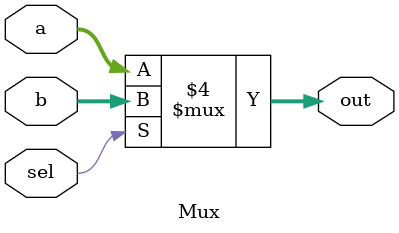
<source format=v>
`timescale 1ns / 1ps
module Mux(
    input [3:0] a,
    input [3:0] b,
    input sel,
    output reg [3:0] out
    );

always @ (*) 
begin
	if (sel == 1'b1) out = b;
	else out = a;
end

endmodule

</source>
